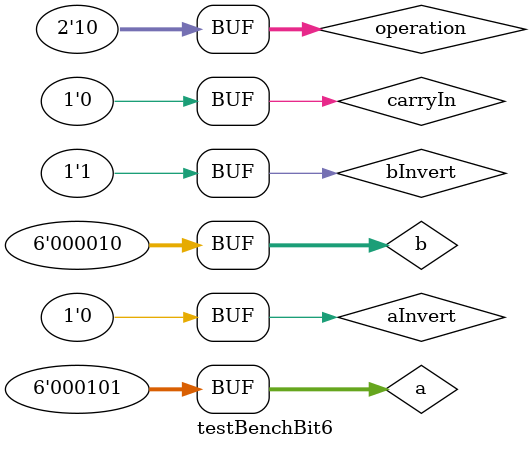
<source format=v>
module testBenchBit6
  ();
  
  reg [5:0] a;
  reg [5:0] b;
  reg aInvert;
  reg bInvert;
  reg carryIn;
  reg [1:0] operation;
  wire [5:0] result;
  wire carryOut;
  
  ALU6Bit myALU6(a,b,aInvert,bInvert,carryIn,operation,result,carryOut);
  
  initial
  begin
  #0 a = 6'b000101;  
  #0 b = 6'b000010;
  #0 aInvert = 1'b0;
  #0 bInvert = 1'b0;
  #0 carryIn = 1'b0;
  #0 operation = 2'b00;     //at 0 seconds, we perform (a=000101 and b=000010)
  #10 operation = 2'b01;    //at 10 seconds, we perform (a=000101 or b=000010)
  #10 operation = 2'b10;    //at 20 seconds, we perform (a=000101 sum b=000010)
  #10 bInvert = 1'b1;
  #0 operation = 2'b10;     //at 20 seconds, we perform (a=000101 subtract b=000010)
  end
  
  initial
  $monitor("time = ",$time," a = ",a," b = ",b," aInvert = ",aInvert," bInvert = ",bInvert," carryIn = ",carryIn," operation = ",operation," result = ",result," carryOut= ", carryOut);
  
endmodule
  
  
  
</source>
